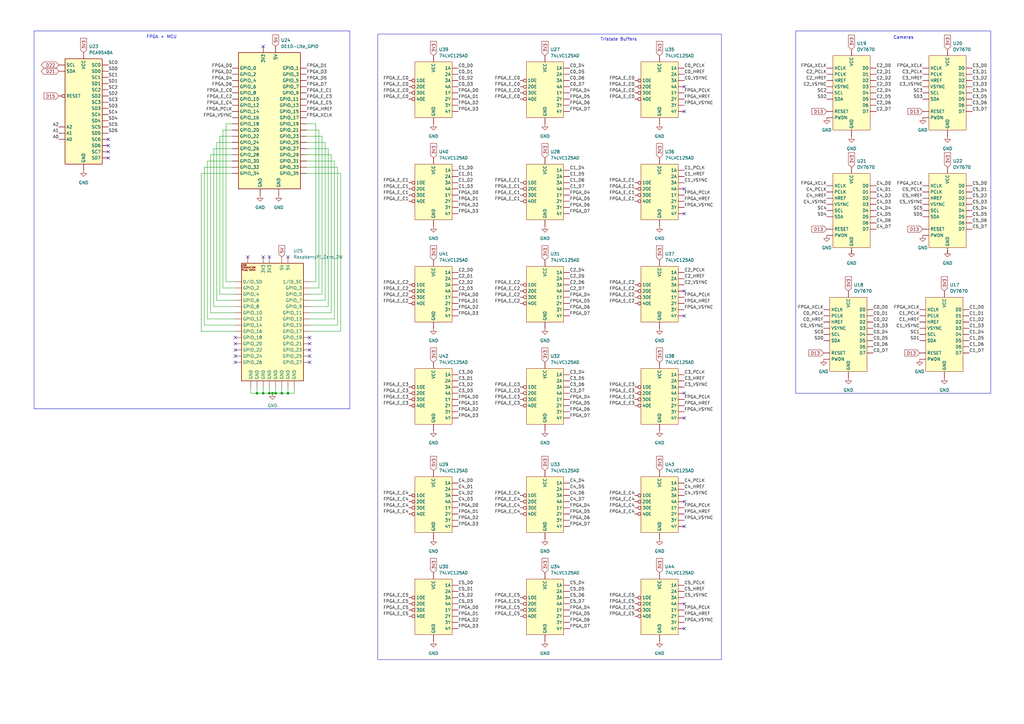
<source format=kicad_sch>
(kicad_sch (version 20231120) (generator "eeschema") (generator_version "8.0")
  (paper "A3")
  (title_block (company "Topographic Robot"))
  (lib_symbols
    (symbol "Camera:OV7670"
      (property "Reference" "U" (at 13.208 -13.208 0))
      (property "Value" "OV7670" (at 12.954 -14.732 0))
      (symbol "OV7670_0_1"
        (rectangle (start -7.62 15.24) (end 7.62 -15.24) (fill (type background)))
      )
      (symbol "OV7670_1_1"
        (pin output line (at 10.16 10.16 180) (length 2.54) (name "D0") (number ""))
        (pin output line (at 10.16 7.62 180) (length 2.54) (name "D1") (number ""))
        (pin output line (at 10.16 5.08 180) (length 2.54) (name "D2") (number ""))
        (pin output line (at 10.16 2.54 180) (length 2.54) (name "D3") (number ""))
        (pin output line (at 10.16 0 180) (length 2.54) (name "D4") (number ""))
        (pin output line (at 10.16 -2.54 180) (length 2.54) (name "D5") (number ""))
        (pin output line (at 10.16 -5.08 180) (length 2.54) (name "D6") (number ""))
        (pin output line (at 10.16 -7.62 180) (length 2.54) (name "D7") (number ""))
        (pin power_in line (at 0 -17.78 90) (length 2.54) (name "GND") (number ""))
        (pin input line (at -10.16 5.08 0) (length 2.54) (name "HREF") (number ""))
        (pin input line (at -10.16 7.62 0) (length 2.54) (name "PCLK") (number ""))
        (pin input line (at -10.16 -10.16 0) (length 2.54) (name "PWDN") (number ""))
        (pin input line (at -10.16 -7.62 0) (length 2.54) (name "RESET") (number ""))
        (pin bidirectional line (at -10.16 0 0) (length 2.54) (name "SCL") (number ""))
        (pin bidirectional line (at -10.16 -2.54 0) (length 2.54) (name "SDA") (number ""))
        (pin power_in line (at 0 17.78 270) (length 2.54) (name "VCC") (number ""))
        (pin input line (at -10.16 2.54 0) (length 2.54) (name "VSYNC") (number ""))
        (pin input line (at -10.16 10.16 0) (length 2.54) (name "XCLK") (number ""))
      )
    )
    (symbol "Expansion:74LVC125AD"
      (property "Reference" "U" (at 14.478 -12.7 0))
      (property "Value" "74LVC125AD" (at 14.478 -15.748 0))
      (symbol "74LVC125AD_0_1"
        (rectangle (start -7.62 12.7) (end 7.62 -10.16) (fill (type background)))
      )
      (symbol "74LVC125AD_1_1"
        (pin input line (at 10.16 10.16 180) (length 2.54) (name "1A") (number ""))
        (pin input inverted (at -10.16 5.08 0) (length 2.54) (name "1OE") (number ""))
        (pin output line (at 10.16 0 180) (length 2.54) (name "1Y") (number ""))
        (pin input line (at 10.16 7.62 180) (length 2.54) (name "2A") (number ""))
        (pin input inverted (at -10.16 2.54 0) (length 2.54) (name "2OE") (number ""))
        (pin output line (at 10.16 -2.54 180) (length 2.54) (name "2Y") (number ""))
        (pin input line (at 10.16 5.08 180) (length 2.54) (name "3A") (number ""))
        (pin input inverted (at -10.16 0 0) (length 2.54) (name "3OE") (number ""))
        (pin output line (at 10.16 -5.08 180) (length 2.54) (name "3Y") (number ""))
        (pin input line (at 10.16 2.54 180) (length 2.54) (name "4A") (number ""))
        (pin input inverted (at -10.16 -2.54 0) (length 2.54) (name "4OE") (number ""))
        (pin output line (at 10.16 -7.62 180) (length 2.54) (name "4Y") (number ""))
        (pin power_in line (at 0 -12.7 90) (length 2.54) (name "GND") (number ""))
        (pin power_in line (at 0 15.24 270) (length 2.54) (name "VCC") (number ""))
      )
    )
    (symbol "Expansion:PCA9548A"
      (property "Reference" "U" (at 10.922 -23.114 0))
      (property "Value" "PCA9548A" (at 13.462 -25.146 0))
      (symbol "PCA9548A_0_1"
        (rectangle (start -7.62 20.32) (end 7.62 -22.86) (stroke (width 0.254)) (fill (type background)))
      )
      (symbol "PCA9548A_1_1"
        (pin input line (at -10.16 -12.7 0) (length 2.54) (name "A0") (number ""))
        (pin input line (at -10.16 -10.16 0) (length 2.54) (name "A1") (number ""))
        (pin input line (at -10.16 -7.62 0) (length 2.54) (name "A2") (number ""))
        (pin power_in line (at 0 -25.4 90) (length 2.54) (name "GND") (number ""))
        (pin input inverted (at -10.16 5.08 0) (length 2.54) (name "RESET") (number ""))
        (pin output line (at 10.16 17.78 180) (length 2.54) (name "SC0") (number ""))
        (pin output line (at 10.16 12.7 180) (length 2.54) (name "SC1") (number ""))
        (pin output line (at 10.16 7.62 180) (length 2.54) (name "SC2") (number ""))
        (pin output line (at 10.16 2.54 180) (length 2.54) (name "SC3") (number ""))
        (pin output line (at 10.16 -2.54 180) (length 2.54) (name "SC4") (number ""))
        (pin output line (at 10.16 -7.62 180) (length 2.54) (name "SC5") (number ""))
        (pin output line (at 10.16 -12.7 180) (length 2.54) (name "SC6") (number ""))
        (pin output line (at 10.16 -17.78 180) (length 2.54) (name "SC7") (number ""))
        (pin input line (at -10.16 17.78 0) (length 2.54) (name "SCL") (number ""))
        (pin bidirectional line (at 10.16 15.24 180) (length 2.54) (name "SD0") (number ""))
        (pin bidirectional line (at 10.16 10.16 180) (length 2.54) (name "SD1") (number ""))
        (pin bidirectional line (at 10.16 5.08 180) (length 2.54) (name "SD2") (number ""))
        (pin bidirectional line (at 10.16 0 180) (length 2.54) (name "SD3") (number ""))
        (pin bidirectional line (at 10.16 -5.08 180) (length 2.54) (name "SD4") (number ""))
        (pin bidirectional line (at 10.16 -10.16 180) (length 2.54) (name "SD5") (number ""))
        (pin bidirectional line (at 10.16 -15.24 180) (length 2.54) (name "SD6") (number ""))
        (pin bidirectional line (at 10.16 -20.32 180) (length 2.54) (name "SD7") (number ""))
        (pin bidirectional line (at -10.16 15.24 0) (length 2.54) (name "SDA") (number ""))
        (pin power_in line (at 0 22.86 270) (length 2.54) (name "VCC") (number ""))
      )
    )
    (symbol "FPGA_Terasic_Simple:DE10-Lite_GPIO"
      (property "Reference" "U" (at 16.002 -34.798 0))
      (property "Value" "DE10-Lite_GPIO" (at 22.352 -37.084 0))
      (symbol "DE10-Lite_GPIO_0_1"
        (rectangle (start -12.7 27.94) (end 12.7 -27.94) (stroke (width 0.254)) (fill (type background)))
      )
      (symbol "DE10-Lite_GPIO_1_1"
        (pin power_out line (at -2.54 30.48 270) (length 2.54) (name "3V3") (number ""))
        (pin power_in line (at 2.54 30.48 270) (length 2.54) (name "5V") (number ""))
        (pin power_in line (at -3.81 -30.48 90) (length 2.54) (name "GND") (number ""))
        (pin power_in line (at 3.81 -30.48 90) (length 2.54) (name "GND") (number ""))
        (pin bidirectional line (at -15.24 21.59 0) (length 2.54) (name "GPIO_0") (number ""))
        (pin bidirectional line (at 15.24 21.59 180) (length 2.54) (name "GPIO_1") (number ""))
        (pin bidirectional line (at -15.24 8.89 0) (length 2.54) (name "GPIO_10") (number ""))
        (pin bidirectional line (at 15.24 8.89 180) (length 2.54) (name "GPIO_11") (number ""))
        (pin bidirectional line (at -15.24 6.35 0) (length 2.54) (name "GPIO_12") (number ""))
        (pin bidirectional line (at 15.24 6.35 180) (length 2.54) (name "GPIO_13") (number ""))
        (pin bidirectional line (at -15.24 3.81 0) (length 2.54) (name "GPIO_14") (number ""))
        (pin bidirectional line (at 15.24 3.81 180) (length 2.54) (name "GPIO_15") (number ""))
        (pin bidirectional line (at -15.24 1.27 0) (length 2.54) (name "GPIO_16") (number ""))
        (pin bidirectional line (at 15.24 1.27 180) (length 2.54) (name "GPIO_17") (number ""))
        (pin bidirectional line (at -15.24 -1.27 0) (length 2.54) (name "GPIO_18") (number ""))
        (pin bidirectional line (at 15.24 -1.27 180) (length 2.54) (name "GPIO_19") (number ""))
        (pin bidirectional line (at -15.24 19.05 0) (length 2.54) (name "GPIO_2") (number ""))
        (pin bidirectional line (at -15.24 -3.81 0) (length 2.54) (name "GPIO_20") (number ""))
        (pin bidirectional line (at 15.24 -3.81 180) (length 2.54) (name "GPIO_21") (number ""))
        (pin bidirectional line (at -15.24 -6.35 0) (length 2.54) (name "GPIO_22") (number ""))
        (pin bidirectional line (at 15.24 -6.35 180) (length 2.54) (name "GPIO_23") (number ""))
        (pin bidirectional line (at -15.24 -8.89 0) (length 2.54) (name "GPIO_24") (number ""))
        (pin bidirectional line (at 15.24 -8.89 180) (length 2.54) (name "GPIO_25") (number ""))
        (pin bidirectional line (at -15.24 -11.43 0) (length 2.54) (name "GPIO_26") (number ""))
        (pin bidirectional line (at 15.24 -11.43 180) (length 2.54) (name "GPIO_27") (number ""))
        (pin bidirectional line (at -15.24 -13.97 0) (length 2.54) (name "GPIO_28") (number ""))
        (pin bidirectional line (at 15.24 -13.97 180) (length 2.54) (name "GPIO_29") (number ""))
        (pin bidirectional line (at 15.24 19.05 180) (length 2.54) (name "GPIO_3") (number ""))
        (pin bidirectional line (at -15.24 -16.51 0) (length 2.54) (name "GPIO_30") (number ""))
        (pin bidirectional line (at 15.24 -16.51 180) (length 2.54) (name "GPIO_31") (number ""))
        (pin bidirectional line (at -15.24 -19.05 0) (length 2.54) (name "GPIO_32") (number ""))
        (pin bidirectional line (at 15.24 -19.05 180) (length 2.54) (name "GPIO_33") (number ""))
        (pin bidirectional line (at -15.24 -21.59 0) (length 2.54) (name "GPIO_34") (number ""))
        (pin bidirectional line (at 15.24 -21.59 180) (length 2.54) (name "GPIO_35") (number ""))
        (pin bidirectional line (at -15.24 16.51 0) (length 2.54) (name "GPIO_4") (number ""))
        (pin bidirectional line (at 15.24 16.51 180) (length 2.54) (name "GPIO_5") (number ""))
        (pin bidirectional line (at -15.24 13.97 0) (length 2.54) (name "GPIO_6") (number ""))
        (pin bidirectional line (at 15.24 13.97 180) (length 2.54) (name "GPIO_7") (number ""))
        (pin bidirectional line (at -15.24 11.43 0) (length 2.54) (name "GPIO_8") (number ""))
        (pin bidirectional line (at 15.24 11.43 180) (length 2.54) (name "GPIO_9") (number ""))
      )
    )
    (symbol "MCU_RaspberryPi_Simple:RaspberryPi_Zero_2W"
      (property "Reference" "U" (at 13.97 -23.368 0))
      (property "Value" "RaspberryPi_Zero_2W" (at 23.368 -25.146 0))
      (symbol "RaspberryPi_Zero_2W_0_1"
        (rectangle (start -12.7 25.4) (end 12.7 -22.86) (stroke (width 0.254)) (fill (type background)))
      )
      (symbol "RaspberryPi_Zero_2W_1_1"
        (text "USB \nCONNECTOR \nPLUG INPUT" (at -12.7 23.622 0) (effects (font (size 0.635 0.635)) (justify left)))
        (pin bidirectional line (at -10.16 27.94 270) (length 2.54) (name "") (number ""))
        (pin bidirectional line (at -15.24 17.78 0) (length 2.54) (name "0/ID_SD") (number ""))
        (pin bidirectional line (at 15.24 17.78 180) (length 2.54) (name "1/ID_SC") (number ""))
        (pin power_out line (at -3.81 27.94 270) (length 2.54) (name "3V3") (number ""))
        (pin power_out line (at -1.27 27.94 270) (length 2.54) (name "3V3") (number ""))
        (pin power_in line (at 3.81 27.94 270) (length 2.54) (name "5V") (number ""))
        (pin power_in line (at 6.35 27.94 270) (length 2.54) (name "5V") (number ""))
        (pin power_in line (at -8.89 -25.4 90) (length 2.54) (name "GND") (number ""))
        (pin power_in line (at -6.35 -25.4 90) (length 2.54) (name "GND") (number ""))
        (pin power_in line (at -3.81 -25.4 90) (length 2.54) (name "GND") (number ""))
        (pin power_in line (at -1.27 -25.4 90) (length 2.54) (name "GND") (number ""))
        (pin power_in line (at 1.27 -25.4 90) (length 2.54) (name "GND") (number ""))
        (pin power_in line (at 3.81 -25.4 90) (length 2.54) (name "GND") (number ""))
        (pin power_in line (at 6.35 -25.4 90) (length 2.54) (name "GND") (number ""))
        (pin power_in line (at 8.89 -25.4 90) (length 2.54) (name "GND") (number ""))
        (pin bidirectional line (at -15.24 5.08 0) (length 2.54) (name "GPIO_10") (number ""))
        (pin bidirectional line (at 15.24 5.08 180) (length 2.54) (name "GPIO_11") (number ""))
        (pin bidirectional line (at -15.24 2.54 0) (length 2.54) (name "GPIO_12") (number ""))
        (pin bidirectional line (at 15.24 2.54 180) (length 2.54) (name "GPIO_13") (number ""))
        (pin bidirectional line (at -15.24 0 0) (length 2.54) (name "GPIO_14") (number ""))
        (pin bidirectional line (at 15.24 0 180) (length 2.54) (name "GPIO_15") (number ""))
        (pin bidirectional line (at -15.24 -2.54 0) (length 2.54) (name "GPIO_16") (number ""))
        (pin bidirectional line (at 15.24 -2.54 180) (length 2.54) (name "GPIO_17") (number ""))
        (pin bidirectional line (at -15.24 -5.08 0) (length 2.54) (name "GPIO_18") (number ""))
        (pin bidirectional line (at 15.24 -5.08 180) (length 2.54) (name "GPIO_19") (number ""))
        (pin bidirectional line (at -15.24 15.24 0) (length 2.54) (name "GPIO_2") (number ""))
        (pin bidirectional line (at -15.24 -7.62 0) (length 2.54) (name "GPIO_20") (number ""))
        (pin bidirectional line (at 15.24 -7.62 180) (length 2.54) (name "GPIO_21") (number ""))
        (pin bidirectional line (at -15.24 -10.16 0) (length 2.54) (name "GPIO_22") (number ""))
        (pin bidirectional line (at 15.24 -10.16 180) (length 2.54) (name "GPIO_23") (number ""))
        (pin bidirectional line (at -15.24 -12.7 0) (length 2.54) (name "GPIO_24") (number ""))
        (pin bidirectional line (at 15.24 -12.7 180) (length 2.54) (name "GPIO_25") (number ""))
        (pin bidirectional line (at -15.24 -15.24 0) (length 2.54) (name "GPIO_26") (number ""))
        (pin bidirectional line (at 15.24 -15.24 180) (length 2.54) (name "GPIO_27") (number ""))
        (pin bidirectional line (at 15.24 15.24 180) (length 2.54) (name "GPIO_3") (number ""))
        (pin bidirectional line (at -15.24 12.7 0) (length 2.54) (name "GPIO_4") (number ""))
        (pin bidirectional line (at 15.24 12.7 180) (length 2.54) (name "GPIO_5") (number ""))
        (pin bidirectional line (at -15.24 10.16 0) (length 2.54) (name "GPIO_6") (number ""))
        (pin bidirectional line (at 15.24 10.16 180) (length 2.54) (name "GPIO_7") (number ""))
        (pin bidirectional line (at -15.24 7.62 0) (length 2.54) (name "GPIO_8") (number ""))
        (pin bidirectional line (at 15.24 7.62 180) (length 2.54) (name "GPIO_9") (number ""))
      )
    )
    (symbol "power:GND" (power) (pin_numbers hide) (pin_names (offset 0) hide)
      (property "Value" "GND" (at 0 -3.81 0))
      (symbol "GND_0_1"
        (polyline (pts (xy 0 0) (xy 0 -1.27) (xy 1.27 -1.27) (xy 0 -2.54) (xy -1.27 -1.27) (xy 0 -1.27)))
      )
      (symbol "GND_1_1"
        (pin power_in line (at 0 0 270) (length 0) (name "~") (number "1"))
      )
    )
  )
  (junction (at 115.57 161.29))
  (junction (at 105.41 161.29))
  (junction (at 110.49 161.29))
  (junction (at 118.11 161.29))
  (junction (at 113.03 161.29))
  (junction (at 111.76 161.29))
  (junction (at 107.95 161.29))
  (no_connect (at 110.49 105.41))
  (no_connect (at 44.45 59.69))
  (no_connect (at 127 143.51))
  (no_connect (at 280.67 77.47))
  (no_connect (at 280.67 119.38))
  (no_connect (at 280.67 45.72))
  (no_connect (at 127 148.59))
  (no_connect (at 107.95 105.41))
  (no_connect (at 96.52 138.43))
  (no_connect (at 127 138.43))
  (no_connect (at 280.67 205.74))
  (no_connect (at 280.67 129.54))
  (no_connect (at 280.67 171.45))
  (no_connect (at 280.67 257.81))
  (no_connect (at 118.11 105.41))
  (no_connect (at 44.45 64.77))
  (no_connect (at 280.67 161.29))
  (no_connect (at 96.52 148.59))
  (no_connect (at 96.52 146.05))
  (no_connect (at 101.6 105.41))
  (no_connect (at 280.67 247.65))
  (no_connect (at 280.67 215.9))
  (no_connect (at 96.52 143.51))
  (no_connect (at 127 146.05))
  (no_connect (at 280.67 87.63))
  (no_connect (at 127 140.97))
  (no_connect (at 44.45 57.15))
  (no_connect (at 107.95 19.05))
  (no_connect (at 96.52 140.97))
  (no_connect (at 44.45 62.23))
  (no_connect (at 280.67 35.56))
  (wire (pts (xy 95.25 50.8) (xy 92.71 50.8)))
  (wire (pts (xy 118.11 161.29) (xy 120.65 161.29)))
  (wire (pts (xy 138.43 68.58) (xy 138.43 133.35)))
  (wire (pts (xy 87.63 60.96) (xy 87.63 125.73)))
  (wire (pts (xy 91.44 53.34) (xy 91.44 118.11)))
  (wire (pts (xy 110.49 161.29) (xy 111.76 161.29)))
  (wire (pts (xy 125.73 53.34) (xy 130.81 53.34)))
  (wire (pts (xy 115.57 158.75) (xy 115.57 161.29)))
  (wire (pts (xy 83.82 133.35) (xy 96.52 133.35)))
  (wire (pts (xy 388.62 104.14) (xy 388.62 102.87)))
  (wire (pts (xy 95.25 58.42) (xy 88.9 58.42)))
  (wire (pts (xy 113.03 161.29) (xy 115.57 161.29)))
  (wire (pts (xy 125.73 50.8) (xy 129.54 50.8)))
  (wire (pts (xy 90.17 120.65) (xy 96.52 120.65)))
  (wire (pts (xy 125.73 63.5) (xy 135.89 63.5)))
  (wire (pts (xy 95.25 66.04) (xy 85.09 66.04)))
  (wire (pts (xy 130.81 53.34) (xy 130.81 118.11)))
  (wire (pts (xy 86.36 128.27) (xy 96.52 128.27)))
  (wire (pts (xy 135.89 63.5) (xy 135.89 128.27)))
  (wire (pts (xy 95.25 71.12) (xy 82.55 71.12)))
  (wire (pts (xy 129.54 115.57) (xy 127 115.57)))
  (wire (pts (xy 105.41 161.29) (xy 107.95 161.29)))
  (wire (pts (xy 95.25 68.58) (xy 83.82 68.58)))
  (wire (pts (xy 125.73 71.12) (xy 139.7 71.12)))
  (wire (pts (xy 92.71 50.8) (xy 92.71 115.57)))
  (wire (pts (xy 92.71 115.57) (xy 96.52 115.57)))
  (wire (pts (xy 133.35 58.42) (xy 133.35 123.19)))
  (wire (pts (xy 125.73 60.96) (xy 134.62 60.96)))
  (wire (pts (xy 88.9 123.19) (xy 96.52 123.19)))
  (wire (pts (xy 118.11 158.75) (xy 118.11 161.29)))
  (wire (pts (xy 132.08 120.65) (xy 127 120.65)))
  (wire (pts (xy 87.63 125.73) (xy 96.52 125.73)))
  (wire (pts (xy 134.62 125.73) (xy 127 125.73)))
  (wire (pts (xy 115.57 161.29) (xy 118.11 161.29)))
  (wire (pts (xy 102.87 161.29) (xy 105.41 161.29)))
  (wire (pts (xy 137.16 66.04) (xy 137.16 130.81)))
  (wire (pts (xy 132.08 55.88) (xy 132.08 120.65)))
  (wire (pts (xy 90.17 55.88) (xy 90.17 120.65)))
  (wire (pts (xy 83.82 68.58) (xy 83.82 133.35)))
  (wire (pts (xy 95.25 55.88) (xy 90.17 55.88)))
  (wire (pts (xy 139.7 71.12) (xy 139.7 135.89)))
  (wire (pts (xy 105.41 158.75) (xy 105.41 161.29)))
  (wire (pts (xy 82.55 135.89) (xy 96.52 135.89)))
  (wire (pts (xy 95.25 53.34) (xy 91.44 53.34)))
  (wire (pts (xy 127 130.81) (xy 137.16 130.81)))
  (wire (pts (xy 95.25 60.96) (xy 87.63 60.96)))
  (wire (pts (xy 125.73 66.04) (xy 137.16 66.04)))
  (wire (pts (xy 125.73 68.58) (xy 138.43 68.58)))
  (wire (pts (xy 139.7 135.89) (xy 127 135.89)))
  (wire (pts (xy 111.76 161.29) (xy 113.03 161.29)))
  (wire (pts (xy 107.95 158.75) (xy 107.95 161.29)))
  (wire (pts (xy 95.25 63.5) (xy 86.36 63.5)))
  (wire (pts (xy 134.62 60.96) (xy 134.62 125.73)))
  (wire (pts (xy 113.03 158.75) (xy 113.03 161.29)))
  (wire (pts (xy 125.73 58.42) (xy 133.35 58.42)))
  (wire (pts (xy 107.95 161.29) (xy 110.49 161.29)))
  (wire (pts (xy 135.89 128.27) (xy 127 128.27)))
  (wire (pts (xy 85.09 130.81) (xy 96.52 130.81)))
  (wire (pts (xy 129.54 50.8) (xy 129.54 115.57)))
  (wire (pts (xy 91.44 118.11) (xy 96.52 118.11)))
  (wire (pts (xy 85.09 66.04) (xy 85.09 130.81)))
  (wire (pts (xy 86.36 63.5) (xy 86.36 128.27)))
  (wire (pts (xy 102.87 158.75) (xy 102.87 161.29)))
  (wire (pts (xy 349.25 104.14) (xy 349.25 102.87)))
  (wire (pts (xy 82.55 71.12) (xy 82.55 135.89)))
  (wire (pts (xy 120.65 158.75) (xy 120.65 161.29)))
  (wire (pts (xy 133.35 123.19) (xy 127 123.19)))
  (wire (pts (xy 130.81 118.11) (xy 127 118.11)))
  (wire (pts (xy 125.73 55.88) (xy 132.08 55.88)))
  (wire (pts (xy 88.9 58.42) (xy 88.9 123.19)))
  (wire (pts (xy 138.43 133.35) (xy 127 133.35)))
  (wire (pts (xy 110.49 158.75) (xy 110.49 161.29)))
  (rectangle (start 13.97 12.7) (end 143.51 167.64))
  (rectangle (start 326.39 12.7) (end 406.4 161.29))
  (rectangle (start 154.94 13.97) (end 295.91 270.51))
  (text "Cameras" (at 370.586 15.494 0) (effects (font (size 1.27 1.27))))
  (text "Tristate Buffers" (at 253.746 16.256 0) (effects (font (size 1.27 1.27))))
  (text "FPGA + MCU" (at 66.294 15.24 0) (effects (font (size 1.27 1.27))))
  (label "C2_D2" (at 359.41 33.02 0))
  (label "FPGA_D5" (at 125.73 33.02 0))
  (label "FPGA_E_C1" (at 213.36 74.93 180))
  (label "C4_D0" (at 187.96 198.12 0))
  (label "FPGA_PCLK" (at 280.67 121.92 0))
  (label "C3_D1" (at 187.96 156.21 0))
  (label "C5_D5" (at 233.68 242.57 0))
  (label "C2_VSYNC" (at 280.67 116.84 0))
  (label "SD5" (at 378.46 88.9 180))
  (label "FPGA_D5" (at 233.68 124.46 0))
  (label "C2_D6" (at 233.68 116.84 0))
  (label "FPGA_E_C4" (at 167.64 208.28 180))
  (label "FPGA_XCLK" (at 337.82 127 180))
  (label "FPGA_E_C3" (at 167.64 166.37 180))
  (label "FPGA_E_C3" (at 167.64 158.75 180))
  (label "C0_PCLK" (at 280.67 27.94 0))
  (label "FPGA_D7" (at 233.68 215.9 0))
  (label "C4_PCLK" (at 339.09 78.74 180))
  (label "FPGA_E_C5" (at 260.35 250.19 180))
  (label "C5_D4" (at 233.68 240.03 0))
  (label "C0_D3" (at 187.96 35.56 0))
  (label "FPGA_D3" (at 187.96 129.54 0))
  (label "SD1" (at 377.19 139.7 180))
  (label "SC1" (at 377.19 137.16 180))
  (label "FPGA_XCLK" (at 377.19 127 180))
  (label "C5_D3" (at 187.96 247.65 0))
  (label "FPGA_D6" (at 233.68 85.09 0))
  (label "FPGA_E_C3" (at 213.36 166.37 180))
  (label "FPGA_E_C5" (at 213.36 245.11 180))
  (label "C3_PCLK" (at 378.46 30.48 180))
  (label "FPGA_E_C4" (at 213.36 208.28 180))
  (label "C0_D4" (at 233.68 27.94 0))
  (label "C1_D0" (at 397.51 127 0))
  (label "C4_D2" (at 187.96 203.2 0))
  (label "C1_VSYNC" (at 377.19 134.62 180))
  (label "C2_D4" (at 359.41 38.1 0))
  (label "C1_D6" (at 233.68 74.93 0))
  (label "FPGA_E_C0" (at 260.35 35.56 180))
  (label "C4_D5" (at 359.41 88.9 0))
  (label "FPGA_HREF" (at 280.67 210.82 0))
  (label "FPGA_D2" (at 187.96 255.27 0))
  (label "C3_D4" (at 398.78 38.1 0))
  (label "C4_D4" (at 233.68 198.12 0))
  (label "FPGA_E_C5" (at 260.35 247.65 180))
  (label "FPGA_E_C5" (at 213.36 250.19 180))
  (label "FPGA_VSYNC" (at 280.67 127 0))
  (label "FPGA_E_C4" (at 95.25 43.18 180))
  (label "FPGA_E_C4" (at 260.35 208.28 180))
  (label "FPGA_E_C0" (at 95.25 38.1 180))
  (label "FPGA_E_C3" (at 167.64 163.83 180))
  (label "FPGA_E_C1" (at 260.35 77.47 180))
  (label "FPGA_PCLK" (at 280.67 38.1 0))
  (label "C0_D1" (at 187.96 30.48 0))
  (label "SC5" (at 44.45 52.07 0))
  (label "FPGA_E_C4" (at 213.36 203.2 180))
  (label "C1_PCLK" (at 377.19 129.54 180))
  (label "C0_D7" (at 358.14 144.78 0))
  (label "C1_D3" (at 187.96 77.47 0))
  (label "C0_D0" (at 187.96 27.94 0))
  (label "C3_D0" (at 398.78 27.94 0))
  (label "FPGA_VSYNC" (at 280.67 255.27 0))
  (label "FPGA_E_C5" (at 213.36 247.65 180))
  (label "FPGA_PCLK" (at 280.67 163.83 0))
  (label "FPGA_E_C5" (at 167.64 252.73 180))
  (label "C5_D0" (at 187.96 240.03 0))
  (label "C1_D5" (at 397.51 139.7 0))
  (label "FPGA_D0" (at 187.96 38.1 0))
  (label "FPGA_E_C1" (at 167.64 82.55 180))
  (label "C3_VSYNC" (at 280.67 158.75 0))
  (label "FPGA_E_C0" (at 213.36 40.64 180))
  (label "C5_VSYNC" (at 280.67 245.11 0))
  (label "FPGA_E_C0" (at 167.64 35.56 180))
  (label "FPGA_E_C0" (at 167.64 40.64 180))
  (label "C0_D2" (at 358.14 132.08 0))
  (label "FPGA_E_C2" (at 213.36 116.84 180))
  (label "C1_PCLK" (at 280.67 69.85 0))
  (label "FPGA_E_C3" (at 167.64 161.29 180))
  (label "C2_D3" (at 359.41 35.56 0))
  (label "C1_D2" (at 397.51 132.08 0))
  (label "C1_D4" (at 233.68 69.85 0))
  (label "FPGA_D0" (at 95.25 27.94 180))
  (label "FPGA_D1" (at 187.96 252.73 0))
  (label "FPGA_D6" (at 233.68 255.27 0))
  (label "FPGA_PCLK" (at 280.67 208.28 0))
  (label "FPGA_E_C1" (at 167.64 74.93 180))
  (label "C0_D5" (at 233.68 30.48 0))
  (label "C5_D1" (at 398.78 78.74 0))
  (label "C4_D1" (at 359.41 78.74 0))
  (label "FPGA_E_C5" (at 167.64 250.19 180))
  (label "FPGA_HREF" (at 280.67 124.46 0))
  (label "FPGA_E_C2" (at 260.35 116.84 180))
  (label "FPGA_D4" (at 233.68 163.83 0))
  (label "FPGA_E_C2" (at 213.36 124.46 180))
  (label "FPGA_E_C4" (at 260.35 205.74 180))
  (label "SD2" (at 339.09 40.64 180))
  (label "C4_D1" (at 187.96 200.66 0))
  (label "FPGA_D0" (at 187.96 121.92 0))
  (label "FPGA_D7" (at 233.68 171.45 0))
  (label "FPGA_E_C3" (at 260.35 163.83 180))
  (label "C5_D5" (at 398.78 88.9 0))
  (label "FPGA_E_C3" (at 125.73 40.64 0))
  (label "C1_D5" (at 233.68 72.39 0))
  (label "FPGA_E_C1" (at 125.73 38.1 0))
  (label "C4_D6" (at 359.41 91.44 0))
  (label "FPGA_D2" (at 187.96 213.36 0))
  (label "C1_D3" (at 397.51 134.62 0))
  (label "FPGA_D5" (at 233.68 166.37 0))
  (label "FPGA_E_C1" (at 213.36 77.47 180))
  (label "C4_D4" (at 359.41 86.36 0))
  (label "C2_PCLK" (at 339.09 30.48 180))
  (label "FPGA_D2" (at 187.96 43.18 0))
  (label "FPGA_E_C5" (at 167.64 245.11 180))
  (label "FPGA_D4" (at 233.68 250.19 0))
  (label "FPGA_D4" (at 233.68 121.92 0))
  (label "C2_D4" (at 233.68 111.76 0))
  (label "FPGA_E_C1" (at 260.35 82.55 180))
  (label "C3_D6" (at 398.78 43.18 0))
  (label "FPGA_E_C2" (at 213.36 121.92 180))
  (label "C4_VSYNC" (at 339.09 83.82 180))
  (label "C0_D7" (at 233.68 35.56 0))
  (label "C1_D7" (at 397.51 144.78 0))
  (label "FPGA_XCLK" (at 378.46 27.94 180))
  (label "FPGA_E_C0" (at 260.35 40.64 180))
  (label "FPGA_E_C3" (at 213.36 161.29 180))
  (label "SD2" (at 44.45 39.37 0))
  (label "FPGA_E_C2" (at 260.35 119.38 180))
  (label "C1_HREF" (at 280.67 72.39 0))
  (label "FPGA_E_C1" (at 260.35 74.93 180))
  (label "C4_D7" (at 233.68 205.74 0))
  (label "FPGA_E_C0" (at 213.36 38.1 180))
  (label "FPGA_D4" (at 233.68 208.28 0))
  (label "FPGA_D6" (at 95.25 35.56 180))
  (label "FPGA_XCLK" (at 339.09 27.94 180))
  (label "FPGA_E_C0" (at 167.64 33.02 180))
  (label "SC1" (at 44.45 31.75 0))
  (label "C4_D5" (at 233.68 200.66 0))
  (label "SD0" (at 44.45 29.21 0))
  (label "FPGA_HREF" (at 280.67 82.55 0))
  (label "FPGA_E_C3" (at 213.36 163.83 180))
  (label "FPGA_D1" (at 187.96 166.37 0))
  (label "C1_HREF" (at 377.19 132.08 180))
  (label "A2" (at 24.13 52.07 180))
  (label "FPGA_D0" (at 187.96 208.28 0))
  (label "C1_D4" (at 397.51 137.16 0))
  (label "C0_D4" (at 358.14 137.16 0))
  (label "A0" (at 24.13 57.15 180))
  (label "C0_VSYNC" (at 337.82 134.62 180))
  (label "FPGA_E_C0" (at 213.36 35.56 180))
  (label "FPGA_D4" (at 233.68 38.1 0))
  (label "FPGA_HREF" (at 280.67 40.64 0))
  (label "SC0" (at 337.82 137.16 180))
  (label "FPGA_D3" (at 187.96 215.9 0))
  (label "FPGA_E_C5" (at 167.64 247.65 180))
  (label "FPGA_D1" (at 187.96 210.82 0))
  (label "C3_D3" (at 187.96 161.29 0))
  (label "FPGA_D7" (at 233.68 257.81 0))
  (label "C1_D6" (at 397.51 142.24 0))
  (label "FPGA_VSYNC" (at 280.67 168.91 0))
  (label "SD1" (at 44.45 34.29 0))
  (label "FPGA_D5" (at 233.68 210.82 0))
  (label "FPGA_D7" (at 233.68 45.72 0))
  (label "FPGA_E_C5" (at 260.35 245.11 180))
  (label "C2_PCLK" (at 280.67 111.76 0))
  (label "FPGA_E_C3" (at 213.36 158.75 180))
  (label "C5_D0" (at 398.78 76.2 0))
  (label "FPGA_E_C2" (at 167.64 116.84 180))
  (label "C2_D7" (at 233.68 119.38 0))
  (label "C5_VSYNC" (at 378.46 83.82 180))
  (label "C0_D1" (at 358.14 129.54 0))
  (label "SD5" (at 44.45 54.61 0))
  (label "C0_D6" (at 233.68 33.02 0))
  (label "C2_D0" (at 359.41 27.94 0))
  (label "C5_D7" (at 233.68 247.65 0))
  (label "SC5" (at 378.46 86.36 180))
  (label "FPGA_D3" (at 125.73 30.48 0))
  (label "C4_D0" (at 359.41 76.2 0))
  (label "FPGA_E_C1" (at 213.36 82.55 180))
  (label "C2_D6" (at 359.41 43.18 0))
  (label "C5_D3" (at 398.78 83.82 0))
  (label "SC4" (at 44.45 46.99 0))
  (label "FPGA_E_C3" (at 260.35 161.29 180))
  (label "C2_D2" (at 187.96 116.84 0))
  (label "C0_PCLK" (at 337.82 129.54 180))
  (label "C3_D2" (at 398.78 33.02 0))
  (label "C2_D1" (at 187.96 114.3 0))
  (label "FPGA_E_C2" (at 260.35 124.46 180))
  (label "SC2" (at 339.09 38.1 180))
  (label "FPGA_E_C2" (at 167.64 119.38 180))
  (label "FPGA_E_C1" (at 260.35 80.01 180))
  (label "FPGA_E_C5" (at 213.36 252.73 180))
  (label "C4_D3" (at 187.96 205.74 0))
  (label "FPGA_E_C2" (at 260.35 121.92 180))
  (label "C5_D2" (at 398.78 81.28 0))
  (label "FPGA_D3" (at 187.96 87.63 0))
  (label "FPGA_D1" (at 187.96 40.64 0))
  (label "C3_D1" (at 398.78 30.48 0))
  (label "C4_VSYNC" (at 280.67 203.2 0))
  (label "C3_D6" (at 233.68 158.75 0))
  (label "C4_D7" (at 359.41 93.98 0))
  (label "C1_VSYNC" (at 280.67 74.93 0))
  (label "C3_D4" (at 233.68 153.67 0))
  (label "FPGA_E_C1" (at 167.64 80.01 180))
  (label "FPGA_D4" (at 95.25 33.02 180))
  (label "FPGA_XCLK" (at 378.46 76.2 180))
  (label "C2_D1" (at 359.41 30.48 0))
  (label "C5_PCLK" (at 280.67 240.03 0))
  (label "FPGA_D6" (at 233.68 43.18 0))
  (label "C4_D2" (at 359.41 81.28 0))
  (label "FPGA_E_C4" (at 260.35 203.2 180))
  (label "FPGA_D1" (at 187.96 124.46 0))
  (label "SD0" (at 337.82 139.7 180))
  (label "FPGA_D7" (at 233.68 87.63 0))
  (label "C3_D5" (at 398.78 40.64 0))
  (label "FPGA_D1" (at 125.73 27.94 0))
  (label "C3_HREF" (at 378.46 33.02 180))
  (label "C3_D7" (at 233.68 161.29 0))
  (label "C2_D3" (at 187.96 119.38 0))
  (label "FPGA_E_C4" (at 167.64 210.82 180))
  (label "FPGA_D7" (at 125.73 35.56 0))
  (label "FPGA_D7" (at 233.68 129.54 0))
  (label "SC3" (at 44.45 41.91 0))
  (label "C5_D7" (at 398.78 93.98 0))
  (label "FPGA_HREF" (at 280.67 166.37 0))
  (label "C0_HREF" (at 280.67 30.48 0))
  (label "FPGA_E_C0" (at 260.35 33.02 180))
  (label "FPGA_D2" (at 187.96 85.09 0))
  (label "C0_D0" (at 358.14 127 0))
  (label "C3_D2" (at 187.96 158.75 0))
  (label "C3_PCLK" (at 280.67 153.67 0))
  (label "FPGA_E_C2" (at 95.25 40.64 180))
  (label "FPGA_E_C4" (at 167.64 205.74 180))
  (label "FPGA_E_C4" (at 167.64 203.2 180))
  (label "C1_D1" (at 187.96 72.39 0))
  (label "C1_D1" (at 397.51 129.54 0))
  (label "FPGA_VSYNC" (at 280.67 85.09 0))
  (label "FPGA_D2" (at 187.96 127 0))
  (label "FPGA_D5" (at 233.68 40.64 0))
  (label "C3_D0" (at 187.96 153.67 0))
  (label "FPGA_E_C4" (at 213.36 205.74 180))
  (label "FPGA_HREF" (at 280.67 252.73 0))
  (label "SC0" (at 44.45 26.67 0))
  (label "SC2" (at 44.45 36.83 0))
  (label "C3_D3" (at 398.78 35.56 0))
  (label "FPGA_D2" (at 187.96 168.91 0))
  (label "FPGA_XCLK" (at 125.73 48.26 0))
  (label "C5_HREF" (at 280.67 242.57 0))
  (label "FPGA_E_C1" (at 213.36 80.01 180))
  (label "FPGA_HREF" (at 125.73 45.72 0))
  (label "C0_VSYNC" (at 280.67 33.02 0))
  (label "SC3" (at 378.46 38.1 180))
  (label "FPGA_D3" (at 187.96 257.81 0))
  (label "SD4" (at 339.09 88.9 180))
  (label "SD3" (at 44.45 44.45 0))
  (label "FPGA_PCLK" (at 280.67 80.01 0))
  (label "FPGA_D1" (at 187.96 82.55 0))
  (label "FPGA_E_C2" (at 167.64 121.92 180))
  (label "C5_D1" (at 187.96 242.57 0))
  (label "SD4" (at 44.45 49.53 0))
  (label "C2_VSYNC" (at 339.09 35.56 180))
  (label "FPGA_D2" (at 95.25 30.48 180))
  (label "FPGA_VSYNC" (at 280.67 43.18 0))
  (label "FPGA_VSYNC" (at 280.67 213.36 0))
  (label "FPGA_D0" (at 187.96 163.83 0))
  (label "FPGA_D0" (at 187.96 80.01 0))
  (label "FPGA_E_C1" (at 167.64 77.47 180))
  (label "C1_D0" (at 187.96 69.85 0))
  (label "C3_D7" (at 398.78 45.72 0))
  (label "C3_VSYNC" (at 378.46 35.56 180))
  (label "FPGA_E_C3" (at 260.35 158.75 180))
  (label "C4_HREF" (at 339.09 81.28 180))
  (label "FPGA_D6" (at 233.68 168.91 0))
  (label "FPGA_PCLK" (at 280.67 250.19 0))
  (label "C5_D2" (at 187.96 245.11 0))
  (label "C5_D4" (at 398.78 86.36 0))
  (label "FPGA_XCLK" (at 339.09 76.2 180))
  (label "C5_D6" (at 233.68 245.11 0))
  (label "FPGA_E_C0" (at 213.36 33.02 180))
  (label "C1_D7" (at 233.68 77.47 0))
  (label "C2_HREF" (at 339.09 33.02 180))
  (label "C2_D0" (at 187.96 111.76 0))
  (label "SC4" (at 339.09 86.36 180))
  (label "FPGA_D4" (at 233.68 80.01 0))
  (label "FPGA_E_C5" (at 125.73 43.18 0))
  (label "C1_D2" (at 187.96 74.93 0))
  (label "C3_HREF" (at 280.67 156.21 0))
  (label "C0_D2" (at 187.96 33.02 0))
  (label "C4_PCLK" (at 280.67 198.12 0))
  (label "C0_D5" (at 358.14 139.7 0))
  (label "FPGA_E_C2" (at 213.36 119.38 180))
  (label "FPGA_D5" (at 233.68 82.55 0))
  (label "FPGA_E_C4" (at 213.36 210.82 180))
  (label "C0_D3" (at 358.14 134.62 0))
  (label "C0_HREF" (at 337.82 132.08 180))
  (label "FPGA_E_C0" (at 167.64 38.1 180))
  (label "FPGA_D3" (at 187.96 171.45 0))
  (label "FPGA_D0" (at 187.96 250.19 0))
  (label "A1" (at 24.13 54.61 180))
  (label "SD3" (at 378.46 40.64 180))
  (label "C5_PCLK" (at 378.46 78.74 180))
  (label "FPGA_D3" (at 187.96 45.72 0))
  (label "FPGA_E_C3" (at 260.35 166.37 180))
  (label "FPGA_VSYNC" (at 95.25 48.26 180))
  (label "FPGA_D5" (at 233.68 252.73 0))
  (label "FPGA_E_C5" (at 260.35 252.73 180))
  (label "FPGA_E_C4" (at 260.35 210.82 180))
  (label "C2_D7" (at 359.41 45.72 0))
  (label "C2_HREF" (at 280.67 114.3 0))
  (label "FPGA_D6" (at 233.68 127 0))
  (label "C5_HREF" (at 378.46 81.28 180))
  (label "FPGA_PCLK" (at 95.25 45.72 180))
  (label "C5_D6" (at 398.78 91.44 0))
  (label "C4_HREF" (at 280.67 200.66 0))
  (label "C0_D6" (at 358.14 142.24 0))
  (label "FPGA_D6" (at 233.68 213.36 0))
  (label "C3_D5" (at 233.68 156.21 0))
  (label "C2_D5" (at 233.68 114.3 0))
  (label "FPGA_E_C0" (at 260.35 38.1 180))
  (label "C4_D6" (at 233.68 203.2 0))
  (label "C2_D5" (at 359.41 40.64 0))
  (label "FPGA_E_C2" (at 167.64 124.46 180))
  (label "C4_D3" (at 359.41 83.82 0))
  (global_label "3V3" (shape input) (at 177.8 22.86 90) (property "Intersheetrefs" "${INTERSHEET_REFS}" (effects (hide yes))))
  (global_label "3V3" (shape input) (at 270.51 106.68 90) (property "Intersheetrefs" "${INTERSHEET_REFS}" (effects (hide yes))))
  (global_label "5V" (shape input) (at 113.03 19.05 90) (property "Intersheetrefs" "${INTERSHEET_REFS}" (effects (hide yes))))
  (global_label "3V3" (shape input) (at 387.35 119.38 90) (property "Intersheetrefs" "${INTERSHEET_REFS}" (effects (hide yes))))
  (global_label "3V3" (shape input) (at 388.62 20.32 90) (property "Intersheetrefs" "${INTERSHEET_REFS}" (effects (hide yes))))
  (global_label "D13" (shape input) (at 378.46 45.72 180) (property "Intersheetrefs" "${INTERSHEET_REFS}" (effects (hide yes))))
  (global_label "D15" (shape input) (at 24.13 39.37 180) (property "Intersheetrefs" "${INTERSHEET_REFS}" (effects (hide yes))))
  (global_label "5V" (shape input) (at 115.57 105.41 90) (property "Intersheetrefs" "${INTERSHEET_REFS}" (effects (hide yes))))
  (global_label "D13" (shape input) (at 339.09 93.98 180) (property "Intersheetrefs" "${INTERSHEET_REFS}" (effects (hide yes))))
  (global_label "3V3" (shape input) (at 349.25 20.32 90) (property "Intersheetrefs" "${INTERSHEET_REFS}" (effects (hide yes))))
  (global_label "3V3" (shape input) (at 177.8 106.68 90) (property "Intersheetrefs" "${INTERSHEET_REFS}" (effects (hide yes))))
  (global_label "3V3" (shape input) (at 34.29 21.59 90) (property "Intersheetrefs" "${INTERSHEET_REFS}" (effects (hide yes))))
  (global_label "3V3" (shape input) (at 270.51 193.04 90) (property "Intersheetrefs" "${INTERSHEET_REFS}" (effects (hide yes))))
  (global_label "3V3" (shape input) (at 270.51 234.95 90) (property "Intersheetrefs" "${INTERSHEET_REFS}" (effects (hide yes))))
  (global_label "3V3" (shape input) (at 223.52 64.77 90) (property "Intersheetrefs" "${INTERSHEET_REFS}" (effects (hide yes))))
  (global_label "3V3" (shape input) (at 347.98 119.38 90) (property "Intersheetrefs" "${INTERSHEET_REFS}" (effects (hide yes))))
  (global_label "3V3" (shape input) (at 223.52 234.95 90) (property "Intersheetrefs" "${INTERSHEET_REFS}" (effects (hide yes))))
  (global_label "3V3" (shape input) (at 223.52 148.59 90) (property "Intersheetrefs" "${INTERSHEET_REFS}" (effects (hide yes))))
  (global_label "3V3" (shape input) (at 223.52 193.04 90) (property "Intersheetrefs" "${INTERSHEET_REFS}" (effects (hide yes))))
  (global_label "3V3" (shape input) (at 223.52 22.86 90) (property "Intersheetrefs" "${INTERSHEET_REFS}" (effects (hide yes))))
  (global_label "D21" (shape bidirectional) (at 24.13 29.21 180) (property "Intersheetrefs" "${INTERSHEET_REFS}" (effects (hide yes))))
  (global_label "3V3" (shape input) (at 177.8 148.59 90) (property "Intersheetrefs" "${INTERSHEET_REFS}" (effects (hide yes))))
  (global_label "D13" (shape input) (at 377.19 144.78 180) (property "Intersheetrefs" "${INTERSHEET_REFS}" (effects (hide yes))))
  (global_label "3V3" (shape input) (at 388.62 68.58 90) (property "Intersheetrefs" "${INTERSHEET_REFS}" (effects (hide yes))))
  (global_label "3V3" (shape input) (at 177.8 234.95 90) (property "Intersheetrefs" "${INTERSHEET_REFS}" (effects (hide yes))))
  (global_label "D22" (shape bidirectional) (at 24.13 26.67 180) (property "Intersheetrefs" "${INTERSHEET_REFS}" (effects (hide yes))))
  (global_label "3V3" (shape input) (at 223.52 106.68 90) (property "Intersheetrefs" "${INTERSHEET_REFS}" (effects (hide yes))))
  (global_label "3V3" (shape input) (at 349.25 68.58 90) (property "Intersheetrefs" "${INTERSHEET_REFS}" (effects (hide yes))))
  (global_label "D13" (shape input) (at 378.46 93.98 180) (property "Intersheetrefs" "${INTERSHEET_REFS}" (effects (hide yes))))
  (global_label "D13" (shape input) (at 337.82 144.78 180) (property "Intersheetrefs" "${INTERSHEET_REFS}" (effects (hide yes))))
  (global_label "3V3" (shape input) (at 177.8 193.04 90) (property "Intersheetrefs" "${INTERSHEET_REFS}" (effects (hide yes))))
  (global_label "D13" (shape input) (at 339.09 45.72 180) (property "Intersheetrefs" "${INTERSHEET_REFS}" (effects (hide yes))))
  (global_label "3V3" (shape input) (at 270.51 64.77 90) (property "Intersheetrefs" "${INTERSHEET_REFS}" (effects (hide yes))))
  (global_label "3V3" (shape input) (at 177.8 64.77 90) (property "Intersheetrefs" "${INTERSHEET_REFS}" (effects (hide yes))))
  (global_label "3V3" (shape input) (at 270.51 148.59 90) (property "Intersheetrefs" "${INTERSHEET_REFS}" (effects (hide yes))))
  (global_label "3V3" (shape input) (at 270.51 22.86 90) (property "Intersheetrefs" "${INTERSHEET_REFS}" (effects (hide yes))))
  (symbol (lib_id "Expansion:74LVC125AD") (at 223.52 38.1 0) (unit 1)
    (property "Reference" "U27" (at 225.7141 20.32 0) (effects (justify left)))
    (property "Value" "74LVC125AD" (at 225.7141 22.86 0) (effects (justify left)))
  )
  (symbol (lib_id "Camera:OV7670") (at 347.98 137.16 0) (unit 1)
    (property "Reference" "U18" (at 350.1741 116.84 0) (effects (justify left)))
    (property "Value" "OV7670" (at 350.1741 119.38 0) (effects (justify left)))
  )
  (symbol (lib_id "FPGA_Terasic_Simple:DE10-Lite_GPIO") (at 110.49 49.53 0) (unit 1)
    (property "Reference" "U24" (at 115.2241 16.51 0) (effects (justify left)))
    (property "Value" "DE10-Lite_GPIO" (at 115.2241 19.05 0) (effects (justify left)))
  )
  (symbol (lib_id "Expansion:PCA9548A") (at 34.29 44.45 0) (unit 1)
    (property "Reference" "U23" (at 36.4841 19.05 0) (effects (justify left)))
    (property "Value" "PCA9548A" (at 36.4841 21.59 0) (effects (justify left)))
  )
  (symbol (lib_id "power:GND") (at 34.29 69.85 0) (unit 1)
    (property "Reference" "#PWR023" (effects (hide yes)))
    (property "Value" "GND" (at 34.29 74.93 0))
    (property "Description" "Power symbol creates a global label with name \"GND\" , ground" (effects (hide yes)))
  )
  (symbol (lib_id "Expansion:74LVC125AD") (at 177.8 208.28 0) (unit 1)
    (property "Reference" "U29" (at 179.9941 190.5 0) (effects (justify left)))
    (property "Value" "74LVC125AD" (at 179.9941 193.04 0) (effects (justify left)))
  )
  (symbol (lib_id "Camera:OV7670") (at 349.25 38.1 0) (unit 1)
    (property "Reference" "U19" (at 351.4441 17.78 0) (effects (justify left)))
    (property "Value" "OV7670" (at 351.4441 20.32 0) (effects (justify left)))
  )
  (symbol (lib_id "power:GND") (at 177.8 50.8 0) (unit 1)
    (property "Reference" "#PWR056" (effects (hide yes)))
    (property "Value" "GND" (at 177.8 55.88 0))
    (property "Description" "Power symbol creates a global label with name \"GND\" , ground" (effects (hide yes)))
  )
  (symbol (lib_id "power:GND") (at 114.3 80.01 0) (unit 1)
    (property "Reference" "#PWR037" (effects (hide yes)))
    (property "Value" "GND" (at 114.3 85.09 0))
    (property "Description" "Power symbol creates a global label with name \"GND\" , ground" (effects (hide yes)))
  )
  (symbol (lib_id "power:GND") (at 378.46 96.52 0) (unit 1)
    (property "Reference" "#PWR032" (effects (hide yes)))
    (property "Value" "GND" (at 378.46 101.6 0))
    (property "Description" "Power symbol creates a global label with name \"GND\" , ground" (effects (hide yes)))
  )
  (symbol (lib_id "power:GND") (at 377.19 147.32 0) (unit 1)
    (property "Reference" "#PWR035" (effects (hide yes)))
    (property "Value" "GND" (at 377.19 152.4 0))
    (property "Description" "Power symbol creates a global label with name \"GND\" , ground" (effects (hide yes)))
  )
  (symbol (lib_id "power:GND") (at 106.68 80.01 0) (unit 1)
    (property "Reference" "#PWR036" (effects (hide yes)))
    (property "Value" "GND" (at 106.68 85.09 0))
    (property "Description" "Power symbol creates a global label with name \"GND\" , ground" (effects (hide yes)))
  )
  (symbol (lib_id "power:GND") (at 349.25 102.87 0) (unit 1)
    (property "Reference" "#PWR027" (effects (hide yes)))
    (property "Value" "GND" (at 349.25 107.95 0))
    (property "Description" "Power symbol creates a global label with name \"GND\" , ground" (effects (hide yes)))
  )
  (symbol (lib_id "Expansion:74LVC125AD") (at 223.52 121.92 0) (unit 1)
    (property "Reference" "U31" (at 225.7141 104.14 0) (effects (justify left)))
    (property "Value" "74LVC125AD" (at 225.7141 106.68 0) (effects (justify left)))
  )
  (symbol (lib_id "power:GND") (at 270.51 176.53 0) (unit 1)
    (property "Reference" "#PWR054" (effects (hide yes)))
    (property "Value" "GND" (at 270.51 181.61 0))
    (property "Description" "Power symbol creates a global label with name \"GND\" , ground" (effects (hide yes)))
  )
  (symbol (lib_id "Expansion:74LVC125AD") (at 270.51 121.92 0) (unit 1)
    (property "Reference" "U37" (at 272.7041 104.14 0) (effects (justify left)))
    (property "Value" "74LVC125AD" (at 272.7041 106.68 0) (effects (justify left)))
  )
  (symbol (lib_id "power:GND") (at 339.09 96.52 0) (unit 1)
    (property "Reference" "#PWR033" (effects (hide yes)))
    (property "Value" "GND" (at 339.09 101.6 0))
    (property "Description" "Power symbol creates a global label with name \"GND\" , ground" (effects (hide yes)))
  )
  (symbol (lib_id "Expansion:74LVC125AD") (at 270.51 163.83 0) (unit 1)
    (property "Reference" "U38" (at 272.7041 146.05 0) (effects (justify left)))
    (property "Value" "74LVC125AD" (at 272.7041 148.59 0) (effects (justify left)))
  )
  (symbol (lib_id "power:GND") (at 347.98 154.94 0) (unit 1)
    (property "Reference" "#PWR028" (effects (hide yes)))
    (property "Value" "GND" (at 347.98 160.02 0))
    (property "Description" "Power symbol creates a global label with name \"GND\" , ground" (effects (hide yes)))
  )
  (symbol (lib_id "Expansion:74LVC125AD") (at 177.8 80.01 0) (unit 1)
    (property "Reference" "U40" (at 179.9941 62.23 0) (effects (justify left)))
    (property "Value" "74LVC125AD" (at 179.9941 64.77 0) (effects (justify left)))
  )
  (symbol (lib_id "power:GND") (at 111.76 161.29 0) (unit 1)
    (property "Reference" "#PWR039" (effects (hide yes)))
    (property "Value" "GND" (at 111.76 166.37 0))
    (property "Description" "Power symbol creates a global label with name \"GND\" , ground" (effects (hide yes)))
  )
  (symbol (lib_id "Expansion:74LVC125AD") (at 223.52 80.01 0) (unit 1)
    (property "Reference" "U28" (at 225.7141 62.23 0) (effects (justify left)))
    (property "Value" "74LVC125AD" (at 225.7141 64.77 0) (effects (justify left)))
  )
  (symbol (lib_id "Camera:OV7670") (at 388.62 38.1 0) (unit 1)
    (property "Reference" "U20" (at 390.8141 17.78 0) (effects (justify left)))
    (property "Value" "OV7670" (at 390.8141 20.32 0) (effects (justify left)))
  )
  (symbol (lib_id "power:GND") (at 177.8 176.53 0) (unit 1)
    (property "Reference" "#PWR060" (effects (hide yes)))
    (property "Value" "GND" (at 177.8 181.61 0))
    (property "Description" "Power symbol creates a global label with name \"GND\" , ground" (effects (hide yes)))
  )
  (symbol (lib_id "power:GND") (at 223.52 220.98 0) (unit 1)
    (property "Reference" "#PWR049" (effects (hide yes)))
    (property "Value" "GND" (at 223.52 226.06 0))
    (property "Description" "Power symbol creates a global label with name \"GND\" , ground" (effects (hide yes)))
  )
  (symbol (lib_id "Expansion:74LVC125AD") (at 177.8 163.83 0) (unit 1)
    (property "Reference" "U42" (at 179.9941 146.05 0) (effects (justify left)))
    (property "Value" "74LVC125AD" (at 179.9941 148.59 0) (effects (justify left)))
  )
  (symbol (lib_id "power:GND") (at 223.52 176.53 0) (unit 1)
    (property "Reference" "#PWR048" (effects (hide yes)))
    (property "Value" "GND" (at 223.52 181.61 0))
    (property "Description" "Power symbol creates a global label with name \"GND\" , ground" (effects (hide yes)))
  )
  (symbol (lib_id "Expansion:74LVC125AD") (at 223.52 250.19 0) (unit 1)
    (property "Reference" "U34" (at 225.7141 232.41 0) (effects (justify left)))
    (property "Value" "74LVC125AD" (at 225.7141 234.95 0) (effects (justify left)))
  )
  (symbol (lib_id "Expansion:74LVC125AD") (at 270.51 38.1 0) (unit 1)
    (property "Reference" "U35" (at 272.7041 20.32 0) (effects (justify left)))
    (property "Value" "74LVC125AD" (at 272.7041 22.86 0) (effects (justify left)))
  )
  (symbol (lib_id "power:GND") (at 339.09 48.26 0) (unit 1)
    (property "Reference" "#PWR030" (effects (hide yes)))
    (property "Value" "GND" (at 339.09 53.34 0))
    (property "Description" "Power symbol creates a global label with name \"GND\" , ground" (effects (hide yes)))
  )
  (symbol (lib_id "Expansion:74LVC125AD") (at 177.8 121.92 0) (unit 1)
    (property "Reference" "U41" (at 179.9941 104.14 0) (effects (justify left)))
    (property "Value" "74LVC125AD" (at 179.9941 106.68 0) (effects (justify left)))
  )
  (symbol (lib_id "power:GND") (at 270.51 262.89 0) (unit 1)
    (property "Reference" "#PWR062" (effects (hide yes)))
    (property "Value" "GND" (at 270.51 267.97 0))
    (property "Description" "Power symbol creates a global label with name \"GND\" , ground" (effects (hide yes)))
  )
  (symbol (lib_id "power:GND") (at 223.52 92.71 0) (unit 1)
    (property "Reference" "#PWR044" (effects (hide yes)))
    (property "Value" "GND" (at 223.52 97.79 0))
    (property "Description" "Power symbol creates a global label with name \"GND\" , ground" (effects (hide yes)))
  )
  (symbol (lib_id "power:GND") (at 223.52 134.62 0) (unit 1)
    (property "Reference" "#PWR047" (effects (hide yes)))
    (property "Value" "GND" (at 223.52 139.7 0))
    (property "Description" "Power symbol creates a global label with name \"GND\" , ground" (effects (hide yes)))
  )
  (symbol (lib_id "power:GND") (at 270.51 220.98 0) (unit 1)
    (property "Reference" "#PWR061" (effects (hide yes)))
    (property "Value" "GND" (at 270.51 226.06 0))
    (property "Description" "Power symbol creates a global label with name \"GND\" , ground" (effects (hide yes)))
  )
  (symbol (lib_id "Camera:OV7670") (at 388.62 86.36 0) (unit 1)
    (property "Reference" "U22" (at 390.8141 66.04 0) (effects (justify left)))
    (property "Value" "OV7670" (at 390.8141 68.58 0) (effects (justify left)))
  )
  (symbol (lib_id "Camera:OV7670") (at 387.35 137.16 0) (unit 1)
    (property "Reference" "U17" (at 389.5441 116.84 0) (effects (justify left)))
    (property "Value" "OV7670" (at 389.5441 119.38 0) (effects (justify left)))
  )
  (symbol (lib_id "Camera:OV7670") (at 349.25 86.36 0) (unit 1)
    (property "Reference" "U21" (at 351.4441 66.04 0) (effects (justify left)))
    (property "Value" "OV7670" (at 351.4441 68.58 0) (effects (justify left)))
  )
  (symbol (lib_id "power:GND") (at 177.8 92.71 0) (unit 1)
    (property "Reference" "#PWR058" (effects (hide yes)))
    (property "Value" "GND" (at 177.8 97.79 0))
    (property "Description" "Power symbol creates a global label with name \"GND\" , ground" (effects (hide yes)))
  )
  (symbol (lib_id "power:GND") (at 349.25 55.88 0) (unit 1)
    (property "Reference" "#PWR026" (effects (hide yes)))
    (property "Value" "GND" (at 349.25 60.96 0))
    (property "Description" "Power symbol creates a global label with name \"GND\" , ground" (effects (hide yes)))
  )
  (symbol (lib_id "Expansion:74LVC125AD") (at 177.8 250.19 0) (unit 1)
    (property "Reference" "U30" (at 179.9941 232.41 0) (effects (justify left)))
    (property "Value" "74LVC125AD" (at 179.9941 234.95 0) (effects (justify left)))
  )
  (symbol (lib_id "power:GND") (at 388.62 102.87 0) (unit 1)
    (property "Reference" "#PWR024" (effects (hide yes)))
    (property "Value" "GND" (at 388.62 107.95 0))
    (property "Description" "Power symbol creates a global label with name \"GND\" , ground" (effects (hide yes)))
  )
  (symbol (lib_id "Expansion:74LVC125AD") (at 177.8 38.1 0) (unit 1)
    (property "Reference" "U39" (at 179.9941 20.32 0) (effects (justify left)))
    (property "Value" "74LVC125AD" (at 179.9941 22.86 0) (effects (justify left)))
  )
  (symbol (lib_id "Expansion:74LVC125AD") (at 270.51 250.19 0) (unit 1)
    (property "Reference" "U44" (at 272.7041 232.41 0) (effects (justify left)))
    (property "Value" "74LVC125AD" (at 272.7041 234.95 0) (effects (justify left)))
  )
  (symbol (lib_id "power:GND") (at 223.52 50.8 0) (unit 1)
    (property "Reference" "#PWR043" (effects (hide yes)))
    (property "Value" "GND" (at 223.52 55.88 0))
    (property "Description" "Power symbol creates a global label with name \"GND\" , ground" (effects (hide yes)))
  )
  (symbol (lib_id "power:GND") (at 177.8 134.62 0) (unit 1)
    (property "Reference" "#PWR059" (effects (hide yes)))
    (property "Value" "GND" (at 177.8 139.7 0))
    (property "Description" "Power symbol creates a global label with name \"GND\" , ground" (effects (hide yes)))
  )
  (symbol (lib_id "power:GND") (at 387.35 154.94 0) (unit 1)
    (property "Reference" "#PWR029" (effects (hide yes)))
    (property "Value" "GND" (at 387.35 160.02 0))
    (property "Description" "Power symbol creates a global label with name \"GND\" , ground" (effects (hide yes)))
  )
  (symbol (lib_id "power:GND") (at 177.8 262.89 0) (unit 1)
    (property "Reference" "#PWR046" (effects (hide yes)))
    (property "Value" "GND" (at 177.8 267.97 0))
    (property "Description" "Power symbol creates a global label with name \"GND\" , ground" (effects (hide yes)))
  )
  (symbol (lib_id "MCU_RaspberryPi_Simple:RaspberryPi_Zero_2W") (at 111.76 133.35 0) (unit 1)
    (property "Reference" "U25" (at 120.3041 102.87 0) (effects (justify left)))
    (property "Value" "RaspberryPi_Zero_2W" (at 120.3041 105.41 0) (effects (justify left)))
  )
  (symbol (lib_id "power:GND") (at 388.62 55.88 0) (unit 1)
    (property "Reference" "#PWR025" (effects (hide yes)))
    (property "Value" "GND" (at 388.62 60.96 0))
    (property "Description" "Power symbol creates a global label with name \"GND\" , ground" (effects (hide yes)))
  )
  (symbol (lib_id "power:GND") (at 378.46 48.26 0) (unit 1)
    (property "Reference" "#PWR031" (effects (hide yes)))
    (property "Value" "GND" (at 378.46 53.34 0))
    (property "Description" "Power symbol creates a global label with name \"GND\" , ground" (effects (hide yes)))
  )
  (symbol (lib_id "power:GND") (at 177.8 220.98 0) (unit 1)
    (property "Reference" "#PWR045" (effects (hide yes)))
    (property "Value" "GND" (at 177.8 226.06 0))
    (property "Description" "Power symbol creates a global label with name \"GND\" , ground" (effects (hide yes)))
  )
  (symbol (lib_id "Expansion:74LVC125AD") (at 223.52 208.28 0) (unit 1)
    (property "Reference" "U33" (at 225.7141 190.5 0) (effects (justify left)))
    (property "Value" "74LVC125AD" (at 225.7141 193.04 0) (effects (justify left)))
  )
  (symbol (lib_id "Expansion:74LVC125AD") (at 270.51 80.01 0) (unit 1)
    (property "Reference" "U36" (at 272.7041 62.23 0) (effects (justify left)))
    (property "Value" "74LVC125AD" (at 272.7041 64.77 0) (effects (justify left)))
  )
  (symbol (lib_id "power:GND") (at 270.51 134.62 0) (unit 1)
    (property "Reference" "#PWR053" (effects (hide yes)))
    (property "Value" "GND" (at 270.51 139.7 0))
    (property "Description" "Power symbol creates a global label with name \"GND\" , ground" (effects (hide yes)))
  )
  (symbol (lib_id "power:GND") (at 223.52 262.89 0) (unit 1)
    (property "Reference" "#PWR050" (effects (hide yes)))
    (property "Value" "GND" (at 223.52 267.97 0))
    (property "Description" "Power symbol creates a global label with name \"GND\" , ground" (effects (hide yes)))
  )
  (symbol (lib_id "Expansion:74LVC125AD") (at 270.51 208.28 0) (unit 1)
    (property "Reference" "U43" (at 272.7041 190.5 0) (effects (justify left)))
    (property "Value" "74LVC125AD" (at 272.7041 193.04 0) (effects (justify left)))
  )
  (symbol (lib_id "Expansion:74LVC125AD") (at 223.52 163.83 0) (unit 1)
    (property "Reference" "U32" (at 225.7141 146.05 0) (effects (justify left)))
    (property "Value" "74LVC125AD" (at 225.7141 148.59 0) (effects (justify left)))
  )
  (symbol (lib_id "power:GND") (at 270.51 50.8 0) (unit 1)
    (property "Reference" "#PWR051" (effects (hide yes)))
    (property "Value" "GND" (at 270.51 55.88 0))
    (property "Description" "Power symbol creates a global label with name \"GND\" , ground" (effects (hide yes)))
  )
  (symbol (lib_id "power:GND") (at 270.51 92.71 0) (unit 1)
    (property "Reference" "#PWR052" (effects (hide yes)))
    (property "Value" "GND" (at 270.51 97.79 0))
    (property "Description" "Power symbol creates a global label with name \"GND\" , ground" (effects (hide yes)))
  )
  (symbol (lib_id "power:GND") (at 337.82 147.32 0) (unit 1)
    (property "Reference" "#PWR034" (effects (hide yes)))
    (property "Value" "GND" (at 337.82 152.4 0))
    (property "Description" "Power symbol creates a global label with name \"GND\" , ground" (effects (hide yes)))
  )
)
</source>
